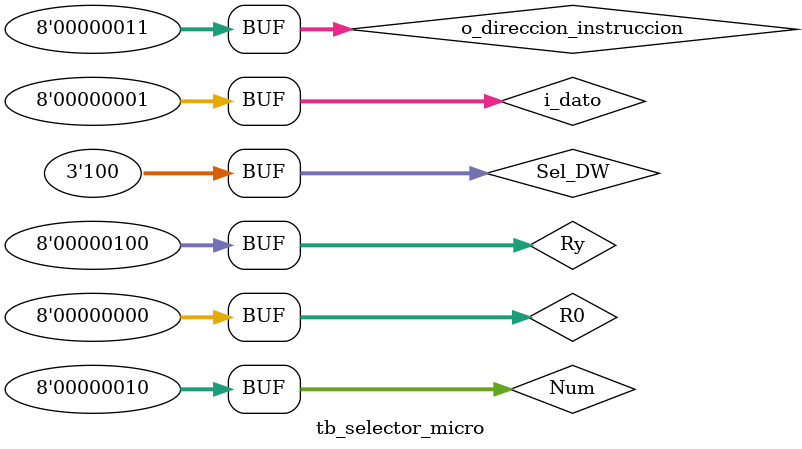
<source format=v>
`timescale 1ns / 1ps


module tb_selector_micro;

    reg [2:0] Sel_DW;
    reg [7:0] R0;
    reg [7:0] i_dato;
    reg [7:0] Num;
    reg [7:0] o_direccion_instruccion;
    reg [7:0] Ry;
    wire [7:0] DW
    ;
    
    selector_micro uut
    (
         .Sel_DW(Sel_DW),                  
         .R0(R0),                     
         .i_dato(i_dato),                  
         .Num(Num),                     
         .o_direccion_instruccion(o_direccion_instruccion),
         .Ry(Ry),                      
         .DW(DW)
    );
    
  initial
    begin
        Sel_DW = 3'd0;
        R0 = 8'd0;
        Num = 8'd2;
        i_dato= 8'd1;
        Ry =8'd4;
        o_direccion_instruccion = 8'd3;


        #2
          Sel_DW = 3'd1;
        #2
          Sel_DW = 3'd2;
        #2
          Sel_DW = 3'd3;
        #2
          Sel_DW = 3'd4;
    end                            
endmodule

</source>
